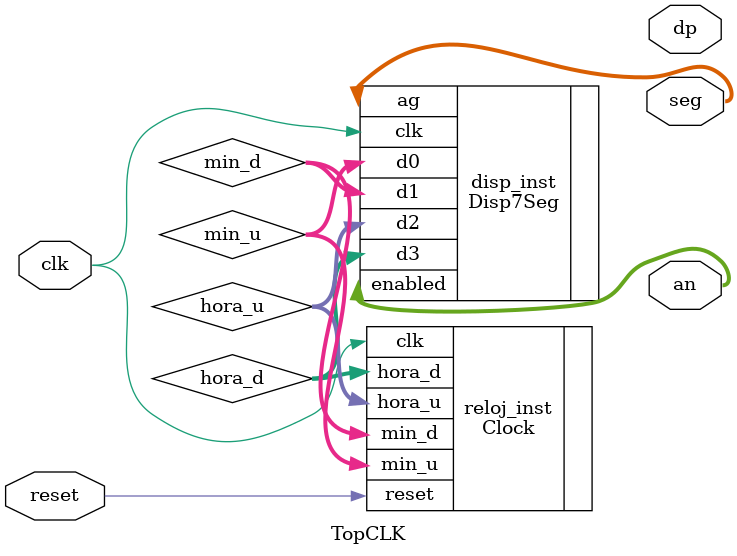
<source format=sv>
`timescale 100ns / 1ps

module TopCLK(
    input logic clk, reset,          // desde Basys 3
    output logic [3:0] an,            // display EN
    output logic [6:0] seg,            // segmentos a-g + dp
    output  logic dp
);

    // ------- Señales internas -------
    logic [3:0] hora_d, hora_u, min_d, min_u;

    // ------- Instancia del reloj digital -------
    Clock reloj_inst(
        .clk(clk),
        .reset(reset),
        .hora_d(hora_d),
        .hora_u(hora_u),
        .min_d(min_d),
        .min_u(min_u)
    );

    // ------- Instancia del display 7 segmentos -------
    Disp7Seg disp_inst(
        .clk(clk),          // mismo clock
        .d3(hora_d),        // display izquierdo → decimos de hora
        .d2(hora_u),        // display siguiente → unidades de hora
        .d1(min_d),         // display siguiente → decimos de minuto
        .d0(min_u),         // display derecho → unidades de minuto
        .enabled(an),       // control de displays
        .ag(seg[6:0])       // segmentos a-g
    );

    //assign dp = 1'b1; // 1 = apagado (ánodo común)

endmodule
</source>
